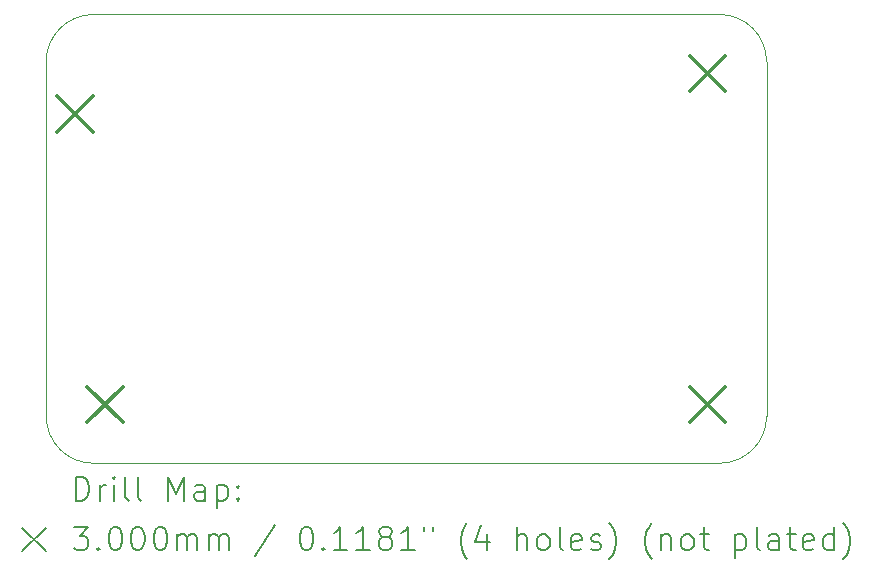
<source format=gbr>
%FSLAX45Y45*%
G04 Gerber Fmt 4.5, Leading zero omitted, Abs format (unit mm)*
G04 Created by KiCad (PCBNEW (6.0.1)) date 2022-12-28 16:36:48*
%MOMM*%
%LPD*%
G01*
G04 APERTURE LIST*
%TA.AperFunction,Profile*%
%ADD10C,0.100000*%
%TD*%
%ADD11C,0.200000*%
%ADD12C,0.300000*%
G04 APERTURE END LIST*
D10*
X18000000Y-11100000D02*
G75*
G03*
X18400000Y-10700000I0J400000D01*
G01*
X12700000Y-7300000D02*
X18000000Y-7300000D01*
X12300000Y-10700000D02*
G75*
G03*
X12700000Y-11100000I400000J0D01*
G01*
X12700000Y-7300000D02*
G75*
G03*
X12300000Y-7700000I0J-400000D01*
G01*
X12300000Y-7700000D02*
X12300000Y-10700000D01*
X18400000Y-7700000D02*
G75*
G03*
X18000000Y-7300000I-400000J0D01*
G01*
X18400000Y-7700000D02*
X18400000Y-10700000D01*
X12700000Y-11100000D02*
X18000000Y-11100000D01*
D11*
D12*
X12394844Y-7993944D02*
X12694844Y-8293944D01*
X12694844Y-7993944D02*
X12394844Y-8293944D01*
X12650000Y-10450000D02*
X12950000Y-10750000D01*
X12950000Y-10450000D02*
X12650000Y-10750000D01*
X17750000Y-7650000D02*
X18050000Y-7950000D01*
X18050000Y-7650000D02*
X17750000Y-7950000D01*
X17750000Y-10450000D02*
X18050000Y-10750000D01*
X18050000Y-10450000D02*
X17750000Y-10750000D01*
D11*
X12552619Y-11415476D02*
X12552619Y-11215476D01*
X12600238Y-11215476D01*
X12628809Y-11225000D01*
X12647857Y-11244048D01*
X12657381Y-11263095D01*
X12666905Y-11301190D01*
X12666905Y-11329762D01*
X12657381Y-11367857D01*
X12647857Y-11386905D01*
X12628809Y-11405952D01*
X12600238Y-11415476D01*
X12552619Y-11415476D01*
X12752619Y-11415476D02*
X12752619Y-11282143D01*
X12752619Y-11320238D02*
X12762143Y-11301190D01*
X12771667Y-11291667D01*
X12790714Y-11282143D01*
X12809762Y-11282143D01*
X12876428Y-11415476D02*
X12876428Y-11282143D01*
X12876428Y-11215476D02*
X12866905Y-11225000D01*
X12876428Y-11234524D01*
X12885952Y-11225000D01*
X12876428Y-11215476D01*
X12876428Y-11234524D01*
X13000238Y-11415476D02*
X12981190Y-11405952D01*
X12971667Y-11386905D01*
X12971667Y-11215476D01*
X13105000Y-11415476D02*
X13085952Y-11405952D01*
X13076428Y-11386905D01*
X13076428Y-11215476D01*
X13333571Y-11415476D02*
X13333571Y-11215476D01*
X13400238Y-11358333D01*
X13466905Y-11215476D01*
X13466905Y-11415476D01*
X13647857Y-11415476D02*
X13647857Y-11310714D01*
X13638333Y-11291667D01*
X13619286Y-11282143D01*
X13581190Y-11282143D01*
X13562143Y-11291667D01*
X13647857Y-11405952D02*
X13628809Y-11415476D01*
X13581190Y-11415476D01*
X13562143Y-11405952D01*
X13552619Y-11386905D01*
X13552619Y-11367857D01*
X13562143Y-11348809D01*
X13581190Y-11339286D01*
X13628809Y-11339286D01*
X13647857Y-11329762D01*
X13743095Y-11282143D02*
X13743095Y-11482143D01*
X13743095Y-11291667D02*
X13762143Y-11282143D01*
X13800238Y-11282143D01*
X13819286Y-11291667D01*
X13828809Y-11301190D01*
X13838333Y-11320238D01*
X13838333Y-11377381D01*
X13828809Y-11396428D01*
X13819286Y-11405952D01*
X13800238Y-11415476D01*
X13762143Y-11415476D01*
X13743095Y-11405952D01*
X13924048Y-11396428D02*
X13933571Y-11405952D01*
X13924048Y-11415476D01*
X13914524Y-11405952D01*
X13924048Y-11396428D01*
X13924048Y-11415476D01*
X13924048Y-11291667D02*
X13933571Y-11301190D01*
X13924048Y-11310714D01*
X13914524Y-11301190D01*
X13924048Y-11291667D01*
X13924048Y-11310714D01*
X12095000Y-11645000D02*
X12295000Y-11845000D01*
X12295000Y-11645000D02*
X12095000Y-11845000D01*
X12533571Y-11635476D02*
X12657381Y-11635476D01*
X12590714Y-11711667D01*
X12619286Y-11711667D01*
X12638333Y-11721190D01*
X12647857Y-11730714D01*
X12657381Y-11749762D01*
X12657381Y-11797381D01*
X12647857Y-11816428D01*
X12638333Y-11825952D01*
X12619286Y-11835476D01*
X12562143Y-11835476D01*
X12543095Y-11825952D01*
X12533571Y-11816428D01*
X12743095Y-11816428D02*
X12752619Y-11825952D01*
X12743095Y-11835476D01*
X12733571Y-11825952D01*
X12743095Y-11816428D01*
X12743095Y-11835476D01*
X12876428Y-11635476D02*
X12895476Y-11635476D01*
X12914524Y-11645000D01*
X12924048Y-11654524D01*
X12933571Y-11673571D01*
X12943095Y-11711667D01*
X12943095Y-11759286D01*
X12933571Y-11797381D01*
X12924048Y-11816428D01*
X12914524Y-11825952D01*
X12895476Y-11835476D01*
X12876428Y-11835476D01*
X12857381Y-11825952D01*
X12847857Y-11816428D01*
X12838333Y-11797381D01*
X12828809Y-11759286D01*
X12828809Y-11711667D01*
X12838333Y-11673571D01*
X12847857Y-11654524D01*
X12857381Y-11645000D01*
X12876428Y-11635476D01*
X13066905Y-11635476D02*
X13085952Y-11635476D01*
X13105000Y-11645000D01*
X13114524Y-11654524D01*
X13124048Y-11673571D01*
X13133571Y-11711667D01*
X13133571Y-11759286D01*
X13124048Y-11797381D01*
X13114524Y-11816428D01*
X13105000Y-11825952D01*
X13085952Y-11835476D01*
X13066905Y-11835476D01*
X13047857Y-11825952D01*
X13038333Y-11816428D01*
X13028809Y-11797381D01*
X13019286Y-11759286D01*
X13019286Y-11711667D01*
X13028809Y-11673571D01*
X13038333Y-11654524D01*
X13047857Y-11645000D01*
X13066905Y-11635476D01*
X13257381Y-11635476D02*
X13276428Y-11635476D01*
X13295476Y-11645000D01*
X13305000Y-11654524D01*
X13314524Y-11673571D01*
X13324048Y-11711667D01*
X13324048Y-11759286D01*
X13314524Y-11797381D01*
X13305000Y-11816428D01*
X13295476Y-11825952D01*
X13276428Y-11835476D01*
X13257381Y-11835476D01*
X13238333Y-11825952D01*
X13228809Y-11816428D01*
X13219286Y-11797381D01*
X13209762Y-11759286D01*
X13209762Y-11711667D01*
X13219286Y-11673571D01*
X13228809Y-11654524D01*
X13238333Y-11645000D01*
X13257381Y-11635476D01*
X13409762Y-11835476D02*
X13409762Y-11702143D01*
X13409762Y-11721190D02*
X13419286Y-11711667D01*
X13438333Y-11702143D01*
X13466905Y-11702143D01*
X13485952Y-11711667D01*
X13495476Y-11730714D01*
X13495476Y-11835476D01*
X13495476Y-11730714D02*
X13505000Y-11711667D01*
X13524048Y-11702143D01*
X13552619Y-11702143D01*
X13571667Y-11711667D01*
X13581190Y-11730714D01*
X13581190Y-11835476D01*
X13676428Y-11835476D02*
X13676428Y-11702143D01*
X13676428Y-11721190D02*
X13685952Y-11711667D01*
X13705000Y-11702143D01*
X13733571Y-11702143D01*
X13752619Y-11711667D01*
X13762143Y-11730714D01*
X13762143Y-11835476D01*
X13762143Y-11730714D02*
X13771667Y-11711667D01*
X13790714Y-11702143D01*
X13819286Y-11702143D01*
X13838333Y-11711667D01*
X13847857Y-11730714D01*
X13847857Y-11835476D01*
X14238333Y-11625952D02*
X14066905Y-11883095D01*
X14495476Y-11635476D02*
X14514524Y-11635476D01*
X14533571Y-11645000D01*
X14543095Y-11654524D01*
X14552619Y-11673571D01*
X14562143Y-11711667D01*
X14562143Y-11759286D01*
X14552619Y-11797381D01*
X14543095Y-11816428D01*
X14533571Y-11825952D01*
X14514524Y-11835476D01*
X14495476Y-11835476D01*
X14476428Y-11825952D01*
X14466905Y-11816428D01*
X14457381Y-11797381D01*
X14447857Y-11759286D01*
X14447857Y-11711667D01*
X14457381Y-11673571D01*
X14466905Y-11654524D01*
X14476428Y-11645000D01*
X14495476Y-11635476D01*
X14647857Y-11816428D02*
X14657381Y-11825952D01*
X14647857Y-11835476D01*
X14638333Y-11825952D01*
X14647857Y-11816428D01*
X14647857Y-11835476D01*
X14847857Y-11835476D02*
X14733571Y-11835476D01*
X14790714Y-11835476D02*
X14790714Y-11635476D01*
X14771667Y-11664048D01*
X14752619Y-11683095D01*
X14733571Y-11692619D01*
X15038333Y-11835476D02*
X14924048Y-11835476D01*
X14981190Y-11835476D02*
X14981190Y-11635476D01*
X14962143Y-11664048D01*
X14943095Y-11683095D01*
X14924048Y-11692619D01*
X15152619Y-11721190D02*
X15133571Y-11711667D01*
X15124048Y-11702143D01*
X15114524Y-11683095D01*
X15114524Y-11673571D01*
X15124048Y-11654524D01*
X15133571Y-11645000D01*
X15152619Y-11635476D01*
X15190714Y-11635476D01*
X15209762Y-11645000D01*
X15219286Y-11654524D01*
X15228809Y-11673571D01*
X15228809Y-11683095D01*
X15219286Y-11702143D01*
X15209762Y-11711667D01*
X15190714Y-11721190D01*
X15152619Y-11721190D01*
X15133571Y-11730714D01*
X15124048Y-11740238D01*
X15114524Y-11759286D01*
X15114524Y-11797381D01*
X15124048Y-11816428D01*
X15133571Y-11825952D01*
X15152619Y-11835476D01*
X15190714Y-11835476D01*
X15209762Y-11825952D01*
X15219286Y-11816428D01*
X15228809Y-11797381D01*
X15228809Y-11759286D01*
X15219286Y-11740238D01*
X15209762Y-11730714D01*
X15190714Y-11721190D01*
X15419286Y-11835476D02*
X15305000Y-11835476D01*
X15362143Y-11835476D02*
X15362143Y-11635476D01*
X15343095Y-11664048D01*
X15324048Y-11683095D01*
X15305000Y-11692619D01*
X15495476Y-11635476D02*
X15495476Y-11673571D01*
X15571667Y-11635476D02*
X15571667Y-11673571D01*
X15866905Y-11911667D02*
X15857381Y-11902143D01*
X15838333Y-11873571D01*
X15828809Y-11854524D01*
X15819286Y-11825952D01*
X15809762Y-11778333D01*
X15809762Y-11740238D01*
X15819286Y-11692619D01*
X15828809Y-11664048D01*
X15838333Y-11645000D01*
X15857381Y-11616428D01*
X15866905Y-11606905D01*
X16028809Y-11702143D02*
X16028809Y-11835476D01*
X15981190Y-11625952D02*
X15933571Y-11768809D01*
X16057381Y-11768809D01*
X16285952Y-11835476D02*
X16285952Y-11635476D01*
X16371667Y-11835476D02*
X16371667Y-11730714D01*
X16362143Y-11711667D01*
X16343095Y-11702143D01*
X16314524Y-11702143D01*
X16295476Y-11711667D01*
X16285952Y-11721190D01*
X16495476Y-11835476D02*
X16476428Y-11825952D01*
X16466905Y-11816428D01*
X16457381Y-11797381D01*
X16457381Y-11740238D01*
X16466905Y-11721190D01*
X16476428Y-11711667D01*
X16495476Y-11702143D01*
X16524048Y-11702143D01*
X16543095Y-11711667D01*
X16552619Y-11721190D01*
X16562143Y-11740238D01*
X16562143Y-11797381D01*
X16552619Y-11816428D01*
X16543095Y-11825952D01*
X16524048Y-11835476D01*
X16495476Y-11835476D01*
X16676428Y-11835476D02*
X16657381Y-11825952D01*
X16647857Y-11806905D01*
X16647857Y-11635476D01*
X16828810Y-11825952D02*
X16809762Y-11835476D01*
X16771667Y-11835476D01*
X16752619Y-11825952D01*
X16743095Y-11806905D01*
X16743095Y-11730714D01*
X16752619Y-11711667D01*
X16771667Y-11702143D01*
X16809762Y-11702143D01*
X16828810Y-11711667D01*
X16838333Y-11730714D01*
X16838333Y-11749762D01*
X16743095Y-11768809D01*
X16914524Y-11825952D02*
X16933571Y-11835476D01*
X16971667Y-11835476D01*
X16990714Y-11825952D01*
X17000238Y-11806905D01*
X17000238Y-11797381D01*
X16990714Y-11778333D01*
X16971667Y-11768809D01*
X16943095Y-11768809D01*
X16924048Y-11759286D01*
X16914524Y-11740238D01*
X16914524Y-11730714D01*
X16924048Y-11711667D01*
X16943095Y-11702143D01*
X16971667Y-11702143D01*
X16990714Y-11711667D01*
X17066905Y-11911667D02*
X17076429Y-11902143D01*
X17095476Y-11873571D01*
X17105000Y-11854524D01*
X17114524Y-11825952D01*
X17124048Y-11778333D01*
X17124048Y-11740238D01*
X17114524Y-11692619D01*
X17105000Y-11664048D01*
X17095476Y-11645000D01*
X17076429Y-11616428D01*
X17066905Y-11606905D01*
X17428810Y-11911667D02*
X17419286Y-11902143D01*
X17400238Y-11873571D01*
X17390714Y-11854524D01*
X17381190Y-11825952D01*
X17371667Y-11778333D01*
X17371667Y-11740238D01*
X17381190Y-11692619D01*
X17390714Y-11664048D01*
X17400238Y-11645000D01*
X17419286Y-11616428D01*
X17428810Y-11606905D01*
X17505000Y-11702143D02*
X17505000Y-11835476D01*
X17505000Y-11721190D02*
X17514524Y-11711667D01*
X17533571Y-11702143D01*
X17562143Y-11702143D01*
X17581190Y-11711667D01*
X17590714Y-11730714D01*
X17590714Y-11835476D01*
X17714524Y-11835476D02*
X17695476Y-11825952D01*
X17685952Y-11816428D01*
X17676429Y-11797381D01*
X17676429Y-11740238D01*
X17685952Y-11721190D01*
X17695476Y-11711667D01*
X17714524Y-11702143D01*
X17743095Y-11702143D01*
X17762143Y-11711667D01*
X17771667Y-11721190D01*
X17781190Y-11740238D01*
X17781190Y-11797381D01*
X17771667Y-11816428D01*
X17762143Y-11825952D01*
X17743095Y-11835476D01*
X17714524Y-11835476D01*
X17838333Y-11702143D02*
X17914524Y-11702143D01*
X17866905Y-11635476D02*
X17866905Y-11806905D01*
X17876429Y-11825952D01*
X17895476Y-11835476D01*
X17914524Y-11835476D01*
X18133571Y-11702143D02*
X18133571Y-11902143D01*
X18133571Y-11711667D02*
X18152619Y-11702143D01*
X18190714Y-11702143D01*
X18209762Y-11711667D01*
X18219286Y-11721190D01*
X18228810Y-11740238D01*
X18228810Y-11797381D01*
X18219286Y-11816428D01*
X18209762Y-11825952D01*
X18190714Y-11835476D01*
X18152619Y-11835476D01*
X18133571Y-11825952D01*
X18343095Y-11835476D02*
X18324048Y-11825952D01*
X18314524Y-11806905D01*
X18314524Y-11635476D01*
X18505000Y-11835476D02*
X18505000Y-11730714D01*
X18495476Y-11711667D01*
X18476429Y-11702143D01*
X18438333Y-11702143D01*
X18419286Y-11711667D01*
X18505000Y-11825952D02*
X18485952Y-11835476D01*
X18438333Y-11835476D01*
X18419286Y-11825952D01*
X18409762Y-11806905D01*
X18409762Y-11787857D01*
X18419286Y-11768809D01*
X18438333Y-11759286D01*
X18485952Y-11759286D01*
X18505000Y-11749762D01*
X18571667Y-11702143D02*
X18647857Y-11702143D01*
X18600238Y-11635476D02*
X18600238Y-11806905D01*
X18609762Y-11825952D01*
X18628810Y-11835476D01*
X18647857Y-11835476D01*
X18790714Y-11825952D02*
X18771667Y-11835476D01*
X18733571Y-11835476D01*
X18714524Y-11825952D01*
X18705000Y-11806905D01*
X18705000Y-11730714D01*
X18714524Y-11711667D01*
X18733571Y-11702143D01*
X18771667Y-11702143D01*
X18790714Y-11711667D01*
X18800238Y-11730714D01*
X18800238Y-11749762D01*
X18705000Y-11768809D01*
X18971667Y-11835476D02*
X18971667Y-11635476D01*
X18971667Y-11825952D02*
X18952619Y-11835476D01*
X18914524Y-11835476D01*
X18895476Y-11825952D01*
X18885952Y-11816428D01*
X18876429Y-11797381D01*
X18876429Y-11740238D01*
X18885952Y-11721190D01*
X18895476Y-11711667D01*
X18914524Y-11702143D01*
X18952619Y-11702143D01*
X18971667Y-11711667D01*
X19047857Y-11911667D02*
X19057381Y-11902143D01*
X19076429Y-11873571D01*
X19085952Y-11854524D01*
X19095476Y-11825952D01*
X19105000Y-11778333D01*
X19105000Y-11740238D01*
X19095476Y-11692619D01*
X19085952Y-11664048D01*
X19076429Y-11645000D01*
X19057381Y-11616428D01*
X19047857Y-11606905D01*
M02*

</source>
